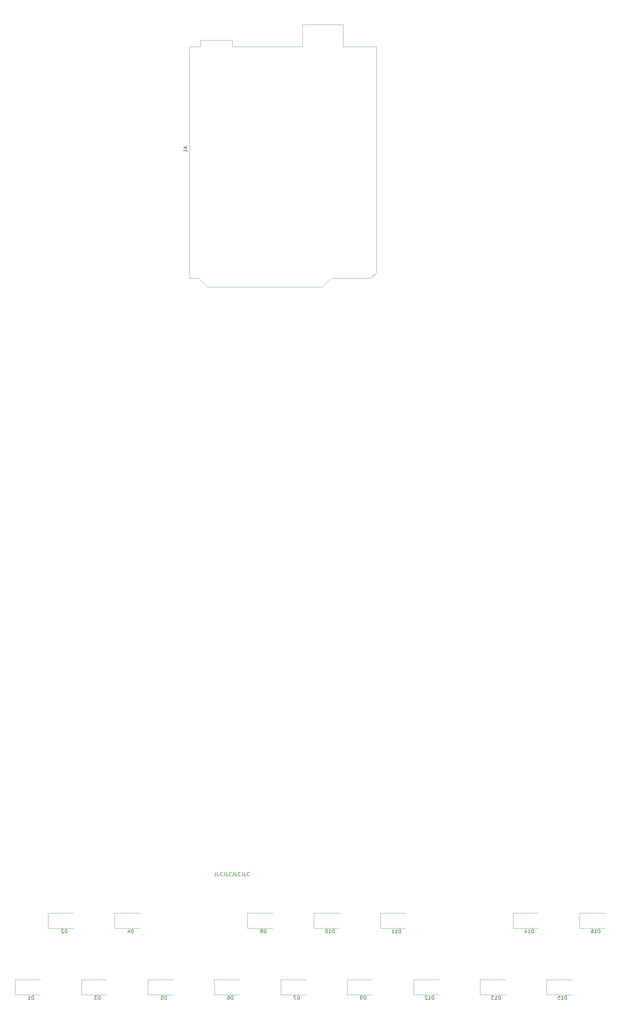
<source format=gbr>
G04 #@! TF.GenerationSoftware,KiCad,Pcbnew,5.1.5+dfsg1-2+b1*
G04 #@! TF.CreationDate,2020-12-03T05:46:07-05:00*
G04 #@! TF.ProjectId,Circuit,43697263-7569-4742-9e6b-696361645f70,rev?*
G04 #@! TF.SameCoordinates,Original*
G04 #@! TF.FileFunction,Legend,Bot*
G04 #@! TF.FilePolarity,Positive*
%FSLAX46Y46*%
G04 Gerber Fmt 4.6, Leading zero omitted, Abs format (unit mm)*
G04 Created by KiCad (PCBNEW 5.1.5+dfsg1-2+b1) date 2020-12-03 05:46:07*
%MOMM*%
%LPD*%
G04 APERTURE LIST*
%ADD10C,0.150000*%
%ADD11C,0.120000*%
G04 APERTURE END LIST*
D10*
X78565952Y-133437380D02*
X78565952Y-134151666D01*
X78518333Y-134294523D01*
X78423095Y-134389761D01*
X78280238Y-134437380D01*
X78185000Y-134437380D01*
X79518333Y-134437380D02*
X79042142Y-134437380D01*
X79042142Y-133437380D01*
X80423095Y-134342142D02*
X80375476Y-134389761D01*
X80232619Y-134437380D01*
X80137380Y-134437380D01*
X79994523Y-134389761D01*
X79899285Y-134294523D01*
X79851666Y-134199285D01*
X79804047Y-134008809D01*
X79804047Y-133865952D01*
X79851666Y-133675476D01*
X79899285Y-133580238D01*
X79994523Y-133485000D01*
X80137380Y-133437380D01*
X80232619Y-133437380D01*
X80375476Y-133485000D01*
X80423095Y-133532619D01*
X81137380Y-133437380D02*
X81137380Y-134151666D01*
X81089761Y-134294523D01*
X80994523Y-134389761D01*
X80851666Y-134437380D01*
X80756428Y-134437380D01*
X82089761Y-134437380D02*
X81613571Y-134437380D01*
X81613571Y-133437380D01*
X82994523Y-134342142D02*
X82946904Y-134389761D01*
X82804047Y-134437380D01*
X82708809Y-134437380D01*
X82565952Y-134389761D01*
X82470714Y-134294523D01*
X82423095Y-134199285D01*
X82375476Y-134008809D01*
X82375476Y-133865952D01*
X82423095Y-133675476D01*
X82470714Y-133580238D01*
X82565952Y-133485000D01*
X82708809Y-133437380D01*
X82804047Y-133437380D01*
X82946904Y-133485000D01*
X82994523Y-133532619D01*
X83708809Y-133437380D02*
X83708809Y-134151666D01*
X83661190Y-134294523D01*
X83565952Y-134389761D01*
X83423095Y-134437380D01*
X83327857Y-134437380D01*
X84661190Y-134437380D02*
X84185000Y-134437380D01*
X84185000Y-133437380D01*
X85565952Y-134342142D02*
X85518333Y-134389761D01*
X85375476Y-134437380D01*
X85280238Y-134437380D01*
X85137380Y-134389761D01*
X85042142Y-134294523D01*
X84994523Y-134199285D01*
X84946904Y-134008809D01*
X84946904Y-133865952D01*
X84994523Y-133675476D01*
X85042142Y-133580238D01*
X85137380Y-133485000D01*
X85280238Y-133437380D01*
X85375476Y-133437380D01*
X85518333Y-133485000D01*
X85565952Y-133532619D01*
X86280238Y-133437380D02*
X86280238Y-134151666D01*
X86232619Y-134294523D01*
X86137380Y-134389761D01*
X85994523Y-134437380D01*
X85899285Y-134437380D01*
X87232619Y-134437380D02*
X86756428Y-134437380D01*
X86756428Y-133437380D01*
X88137380Y-134342142D02*
X88089761Y-134389761D01*
X87946904Y-134437380D01*
X87851666Y-134437380D01*
X87708809Y-134389761D01*
X87613571Y-134294523D01*
X87565952Y-134199285D01*
X87518333Y-134008809D01*
X87518333Y-133865952D01*
X87565952Y-133675476D01*
X87613571Y-133580238D01*
X87708809Y-133485000D01*
X87851666Y-133437380D01*
X87946904Y-133437380D01*
X88089761Y-133485000D01*
X88137380Y-133532619D01*
D11*
X111510000Y36700000D02*
X108970000Y34160000D01*
X122940000Y36700000D02*
X111510000Y36700000D01*
X124590000Y38350000D02*
X122940000Y36700000D01*
X124590000Y103000000D02*
X124590000Y38350000D01*
X115060000Y103000000D02*
X124590000Y103000000D01*
X115060000Y109350000D02*
X115060000Y103000000D01*
X103380000Y109350000D02*
X115060000Y109350000D01*
X103380000Y103000000D02*
X103380000Y109350000D01*
X83310000Y103000000D02*
X103380000Y103000000D01*
X83310000Y104900000D02*
X83310000Y103000000D01*
X74170000Y104900000D02*
X83310000Y104900000D01*
X74170000Y103000000D02*
X74170000Y104900000D01*
X70990000Y103000000D02*
X74170000Y103000000D01*
X70990000Y36700000D02*
X70990000Y103000000D01*
X73660000Y36700000D02*
X70990000Y36700000D01*
X76200000Y34160000D02*
X73660000Y36700000D01*
X108970000Y34160000D02*
X76200000Y34160000D01*
X20970000Y-168520000D02*
X28270000Y-168520000D01*
X20970000Y-164220000D02*
X28270000Y-164220000D01*
X20970000Y-168520000D02*
X20970000Y-164220000D01*
X30495000Y-149470000D02*
X37795000Y-149470000D01*
X30495000Y-145170000D02*
X37795000Y-145170000D01*
X30495000Y-149470000D02*
X30495000Y-145170000D01*
X40020000Y-168520000D02*
X40020000Y-164220000D01*
X40020000Y-164220000D02*
X47320000Y-164220000D01*
X40020000Y-168520000D02*
X47320000Y-168520000D01*
X49545000Y-149470000D02*
X56845000Y-149470000D01*
X49545000Y-145170000D02*
X56845000Y-145170000D01*
X49545000Y-149470000D02*
X49545000Y-145170000D01*
X59070000Y-168520000D02*
X66370000Y-168520000D01*
X59070000Y-164220000D02*
X66370000Y-164220000D01*
X59070000Y-168520000D02*
X59070000Y-164220000D01*
X78120000Y-168520000D02*
X85420000Y-168520000D01*
X78120000Y-164220000D02*
X85420000Y-164220000D01*
X78120000Y-168520000D02*
X78120000Y-164220000D01*
X97170000Y-168520000D02*
X97170000Y-164220000D01*
X97170000Y-164220000D02*
X104470000Y-164220000D01*
X97170000Y-168520000D02*
X104470000Y-168520000D01*
X87645000Y-149470000D02*
X87645000Y-145170000D01*
X87645000Y-145170000D02*
X94945000Y-145170000D01*
X87645000Y-149470000D02*
X94945000Y-149470000D01*
X116220000Y-168520000D02*
X116220000Y-164220000D01*
X116220000Y-164220000D02*
X123520000Y-164220000D01*
X116220000Y-168520000D02*
X123520000Y-168520000D01*
X106695000Y-149470000D02*
X113995000Y-149470000D01*
X106695000Y-145170000D02*
X113995000Y-145170000D01*
X106695000Y-149470000D02*
X106695000Y-145170000D01*
X125745000Y-149470000D02*
X125745000Y-145170000D01*
X125745000Y-145170000D02*
X133045000Y-145170000D01*
X125745000Y-149470000D02*
X133045000Y-149470000D01*
X135270000Y-168520000D02*
X135270000Y-164220000D01*
X135270000Y-164220000D02*
X142570000Y-164220000D01*
X135270000Y-168520000D02*
X142570000Y-168520000D01*
X154320000Y-168520000D02*
X154320000Y-164220000D01*
X154320000Y-164220000D02*
X161620000Y-164220000D01*
X154320000Y-168520000D02*
X161620000Y-168520000D01*
X163845000Y-149470000D02*
X163845000Y-145170000D01*
X163845000Y-145170000D02*
X171145000Y-145170000D01*
X163845000Y-149470000D02*
X171145000Y-149470000D01*
X173370000Y-168520000D02*
X180670000Y-168520000D01*
X173370000Y-164220000D02*
X180670000Y-164220000D01*
X173370000Y-168520000D02*
X173370000Y-164220000D01*
X182895000Y-149470000D02*
X190195000Y-149470000D01*
X182895000Y-145170000D02*
X190195000Y-145170000D01*
X182895000Y-149470000D02*
X182895000Y-145170000D01*
D10*
X70016666Y74374285D02*
X70016666Y73898095D01*
X70302380Y74469523D02*
X69302380Y74136190D01*
X70302380Y73802857D01*
X70302380Y72945714D02*
X70302380Y73517142D01*
X70302380Y73231428D02*
X69302380Y73231428D01*
X69445238Y73326666D01*
X69540476Y73421904D01*
X69588095Y73517142D01*
X26308095Y-169822380D02*
X26308095Y-168822380D01*
X26070000Y-168822380D01*
X25927142Y-168870000D01*
X25831904Y-168965238D01*
X25784285Y-169060476D01*
X25736666Y-169250952D01*
X25736666Y-169393809D01*
X25784285Y-169584285D01*
X25831904Y-169679523D01*
X25927142Y-169774761D01*
X26070000Y-169822380D01*
X26308095Y-169822380D01*
X24784285Y-169822380D02*
X25355714Y-169822380D01*
X25070000Y-169822380D02*
X25070000Y-168822380D01*
X25165238Y-168965238D01*
X25260476Y-169060476D01*
X25355714Y-169108095D01*
X35833095Y-150772380D02*
X35833095Y-149772380D01*
X35595000Y-149772380D01*
X35452142Y-149820000D01*
X35356904Y-149915238D01*
X35309285Y-150010476D01*
X35261666Y-150200952D01*
X35261666Y-150343809D01*
X35309285Y-150534285D01*
X35356904Y-150629523D01*
X35452142Y-150724761D01*
X35595000Y-150772380D01*
X35833095Y-150772380D01*
X34880714Y-149867619D02*
X34833095Y-149820000D01*
X34737857Y-149772380D01*
X34499761Y-149772380D01*
X34404523Y-149820000D01*
X34356904Y-149867619D01*
X34309285Y-149962857D01*
X34309285Y-150058095D01*
X34356904Y-150200952D01*
X34928333Y-150772380D01*
X34309285Y-150772380D01*
X45358095Y-169822380D02*
X45358095Y-168822380D01*
X45120000Y-168822380D01*
X44977142Y-168870000D01*
X44881904Y-168965238D01*
X44834285Y-169060476D01*
X44786666Y-169250952D01*
X44786666Y-169393809D01*
X44834285Y-169584285D01*
X44881904Y-169679523D01*
X44977142Y-169774761D01*
X45120000Y-169822380D01*
X45358095Y-169822380D01*
X44453333Y-168822380D02*
X43834285Y-168822380D01*
X44167619Y-169203333D01*
X44024761Y-169203333D01*
X43929523Y-169250952D01*
X43881904Y-169298571D01*
X43834285Y-169393809D01*
X43834285Y-169631904D01*
X43881904Y-169727142D01*
X43929523Y-169774761D01*
X44024761Y-169822380D01*
X44310476Y-169822380D01*
X44405714Y-169774761D01*
X44453333Y-169727142D01*
X54883095Y-150772380D02*
X54883095Y-149772380D01*
X54645000Y-149772380D01*
X54502142Y-149820000D01*
X54406904Y-149915238D01*
X54359285Y-150010476D01*
X54311666Y-150200952D01*
X54311666Y-150343809D01*
X54359285Y-150534285D01*
X54406904Y-150629523D01*
X54502142Y-150724761D01*
X54645000Y-150772380D01*
X54883095Y-150772380D01*
X53454523Y-150105714D02*
X53454523Y-150772380D01*
X53692619Y-149724761D02*
X53930714Y-150439047D01*
X53311666Y-150439047D01*
X64408095Y-169822380D02*
X64408095Y-168822380D01*
X64170000Y-168822380D01*
X64027142Y-168870000D01*
X63931904Y-168965238D01*
X63884285Y-169060476D01*
X63836666Y-169250952D01*
X63836666Y-169393809D01*
X63884285Y-169584285D01*
X63931904Y-169679523D01*
X64027142Y-169774761D01*
X64170000Y-169822380D01*
X64408095Y-169822380D01*
X62931904Y-168822380D02*
X63408095Y-168822380D01*
X63455714Y-169298571D01*
X63408095Y-169250952D01*
X63312857Y-169203333D01*
X63074761Y-169203333D01*
X62979523Y-169250952D01*
X62931904Y-169298571D01*
X62884285Y-169393809D01*
X62884285Y-169631904D01*
X62931904Y-169727142D01*
X62979523Y-169774761D01*
X63074761Y-169822380D01*
X63312857Y-169822380D01*
X63408095Y-169774761D01*
X63455714Y-169727142D01*
X83458095Y-169822380D02*
X83458095Y-168822380D01*
X83220000Y-168822380D01*
X83077142Y-168870000D01*
X82981904Y-168965238D01*
X82934285Y-169060476D01*
X82886666Y-169250952D01*
X82886666Y-169393809D01*
X82934285Y-169584285D01*
X82981904Y-169679523D01*
X83077142Y-169774761D01*
X83220000Y-169822380D01*
X83458095Y-169822380D01*
X82029523Y-168822380D02*
X82220000Y-168822380D01*
X82315238Y-168870000D01*
X82362857Y-168917619D01*
X82458095Y-169060476D01*
X82505714Y-169250952D01*
X82505714Y-169631904D01*
X82458095Y-169727142D01*
X82410476Y-169774761D01*
X82315238Y-169822380D01*
X82124761Y-169822380D01*
X82029523Y-169774761D01*
X81981904Y-169727142D01*
X81934285Y-169631904D01*
X81934285Y-169393809D01*
X81981904Y-169298571D01*
X82029523Y-169250952D01*
X82124761Y-169203333D01*
X82315238Y-169203333D01*
X82410476Y-169250952D01*
X82458095Y-169298571D01*
X82505714Y-169393809D01*
X102508095Y-169822380D02*
X102508095Y-168822380D01*
X102270000Y-168822380D01*
X102127142Y-168870000D01*
X102031904Y-168965238D01*
X101984285Y-169060476D01*
X101936666Y-169250952D01*
X101936666Y-169393809D01*
X101984285Y-169584285D01*
X102031904Y-169679523D01*
X102127142Y-169774761D01*
X102270000Y-169822380D01*
X102508095Y-169822380D01*
X101603333Y-168822380D02*
X100936666Y-168822380D01*
X101365238Y-169822380D01*
X92983095Y-150772380D02*
X92983095Y-149772380D01*
X92745000Y-149772380D01*
X92602142Y-149820000D01*
X92506904Y-149915238D01*
X92459285Y-150010476D01*
X92411666Y-150200952D01*
X92411666Y-150343809D01*
X92459285Y-150534285D01*
X92506904Y-150629523D01*
X92602142Y-150724761D01*
X92745000Y-150772380D01*
X92983095Y-150772380D01*
X91840238Y-150200952D02*
X91935476Y-150153333D01*
X91983095Y-150105714D01*
X92030714Y-150010476D01*
X92030714Y-149962857D01*
X91983095Y-149867619D01*
X91935476Y-149820000D01*
X91840238Y-149772380D01*
X91649761Y-149772380D01*
X91554523Y-149820000D01*
X91506904Y-149867619D01*
X91459285Y-149962857D01*
X91459285Y-150010476D01*
X91506904Y-150105714D01*
X91554523Y-150153333D01*
X91649761Y-150200952D01*
X91840238Y-150200952D01*
X91935476Y-150248571D01*
X91983095Y-150296190D01*
X92030714Y-150391428D01*
X92030714Y-150581904D01*
X91983095Y-150677142D01*
X91935476Y-150724761D01*
X91840238Y-150772380D01*
X91649761Y-150772380D01*
X91554523Y-150724761D01*
X91506904Y-150677142D01*
X91459285Y-150581904D01*
X91459285Y-150391428D01*
X91506904Y-150296190D01*
X91554523Y-150248571D01*
X91649761Y-150200952D01*
X121558095Y-169822380D02*
X121558095Y-168822380D01*
X121320000Y-168822380D01*
X121177142Y-168870000D01*
X121081904Y-168965238D01*
X121034285Y-169060476D01*
X120986666Y-169250952D01*
X120986666Y-169393809D01*
X121034285Y-169584285D01*
X121081904Y-169679523D01*
X121177142Y-169774761D01*
X121320000Y-169822380D01*
X121558095Y-169822380D01*
X120510476Y-169822380D02*
X120320000Y-169822380D01*
X120224761Y-169774761D01*
X120177142Y-169727142D01*
X120081904Y-169584285D01*
X120034285Y-169393809D01*
X120034285Y-169012857D01*
X120081904Y-168917619D01*
X120129523Y-168870000D01*
X120224761Y-168822380D01*
X120415238Y-168822380D01*
X120510476Y-168870000D01*
X120558095Y-168917619D01*
X120605714Y-169012857D01*
X120605714Y-169250952D01*
X120558095Y-169346190D01*
X120510476Y-169393809D01*
X120415238Y-169441428D01*
X120224761Y-169441428D01*
X120129523Y-169393809D01*
X120081904Y-169346190D01*
X120034285Y-169250952D01*
X112509285Y-150772380D02*
X112509285Y-149772380D01*
X112271190Y-149772380D01*
X112128333Y-149820000D01*
X112033095Y-149915238D01*
X111985476Y-150010476D01*
X111937857Y-150200952D01*
X111937857Y-150343809D01*
X111985476Y-150534285D01*
X112033095Y-150629523D01*
X112128333Y-150724761D01*
X112271190Y-150772380D01*
X112509285Y-150772380D01*
X110985476Y-150772380D02*
X111556904Y-150772380D01*
X111271190Y-150772380D02*
X111271190Y-149772380D01*
X111366428Y-149915238D01*
X111461666Y-150010476D01*
X111556904Y-150058095D01*
X110366428Y-149772380D02*
X110271190Y-149772380D01*
X110175952Y-149820000D01*
X110128333Y-149867619D01*
X110080714Y-149962857D01*
X110033095Y-150153333D01*
X110033095Y-150391428D01*
X110080714Y-150581904D01*
X110128333Y-150677142D01*
X110175952Y-150724761D01*
X110271190Y-150772380D01*
X110366428Y-150772380D01*
X110461666Y-150724761D01*
X110509285Y-150677142D01*
X110556904Y-150581904D01*
X110604523Y-150391428D01*
X110604523Y-150153333D01*
X110556904Y-149962857D01*
X110509285Y-149867619D01*
X110461666Y-149820000D01*
X110366428Y-149772380D01*
X131559285Y-150772380D02*
X131559285Y-149772380D01*
X131321190Y-149772380D01*
X131178333Y-149820000D01*
X131083095Y-149915238D01*
X131035476Y-150010476D01*
X130987857Y-150200952D01*
X130987857Y-150343809D01*
X131035476Y-150534285D01*
X131083095Y-150629523D01*
X131178333Y-150724761D01*
X131321190Y-150772380D01*
X131559285Y-150772380D01*
X130035476Y-150772380D02*
X130606904Y-150772380D01*
X130321190Y-150772380D02*
X130321190Y-149772380D01*
X130416428Y-149915238D01*
X130511666Y-150010476D01*
X130606904Y-150058095D01*
X129083095Y-150772380D02*
X129654523Y-150772380D01*
X129368809Y-150772380D02*
X129368809Y-149772380D01*
X129464047Y-149915238D01*
X129559285Y-150010476D01*
X129654523Y-150058095D01*
X141084285Y-169822380D02*
X141084285Y-168822380D01*
X140846190Y-168822380D01*
X140703333Y-168870000D01*
X140608095Y-168965238D01*
X140560476Y-169060476D01*
X140512857Y-169250952D01*
X140512857Y-169393809D01*
X140560476Y-169584285D01*
X140608095Y-169679523D01*
X140703333Y-169774761D01*
X140846190Y-169822380D01*
X141084285Y-169822380D01*
X139560476Y-169822380D02*
X140131904Y-169822380D01*
X139846190Y-169822380D02*
X139846190Y-168822380D01*
X139941428Y-168965238D01*
X140036666Y-169060476D01*
X140131904Y-169108095D01*
X139179523Y-168917619D02*
X139131904Y-168870000D01*
X139036666Y-168822380D01*
X138798571Y-168822380D01*
X138703333Y-168870000D01*
X138655714Y-168917619D01*
X138608095Y-169012857D01*
X138608095Y-169108095D01*
X138655714Y-169250952D01*
X139227142Y-169822380D01*
X138608095Y-169822380D01*
X160134285Y-169822380D02*
X160134285Y-168822380D01*
X159896190Y-168822380D01*
X159753333Y-168870000D01*
X159658095Y-168965238D01*
X159610476Y-169060476D01*
X159562857Y-169250952D01*
X159562857Y-169393809D01*
X159610476Y-169584285D01*
X159658095Y-169679523D01*
X159753333Y-169774761D01*
X159896190Y-169822380D01*
X160134285Y-169822380D01*
X158610476Y-169822380D02*
X159181904Y-169822380D01*
X158896190Y-169822380D02*
X158896190Y-168822380D01*
X158991428Y-168965238D01*
X159086666Y-169060476D01*
X159181904Y-169108095D01*
X158277142Y-168822380D02*
X157658095Y-168822380D01*
X157991428Y-169203333D01*
X157848571Y-169203333D01*
X157753333Y-169250952D01*
X157705714Y-169298571D01*
X157658095Y-169393809D01*
X157658095Y-169631904D01*
X157705714Y-169727142D01*
X157753333Y-169774761D01*
X157848571Y-169822380D01*
X158134285Y-169822380D01*
X158229523Y-169774761D01*
X158277142Y-169727142D01*
X169659285Y-150772380D02*
X169659285Y-149772380D01*
X169421190Y-149772380D01*
X169278333Y-149820000D01*
X169183095Y-149915238D01*
X169135476Y-150010476D01*
X169087857Y-150200952D01*
X169087857Y-150343809D01*
X169135476Y-150534285D01*
X169183095Y-150629523D01*
X169278333Y-150724761D01*
X169421190Y-150772380D01*
X169659285Y-150772380D01*
X168135476Y-150772380D02*
X168706904Y-150772380D01*
X168421190Y-150772380D02*
X168421190Y-149772380D01*
X168516428Y-149915238D01*
X168611666Y-150010476D01*
X168706904Y-150058095D01*
X167278333Y-150105714D02*
X167278333Y-150772380D01*
X167516428Y-149724761D02*
X167754523Y-150439047D01*
X167135476Y-150439047D01*
X179184285Y-169822380D02*
X179184285Y-168822380D01*
X178946190Y-168822380D01*
X178803333Y-168870000D01*
X178708095Y-168965238D01*
X178660476Y-169060476D01*
X178612857Y-169250952D01*
X178612857Y-169393809D01*
X178660476Y-169584285D01*
X178708095Y-169679523D01*
X178803333Y-169774761D01*
X178946190Y-169822380D01*
X179184285Y-169822380D01*
X177660476Y-169822380D02*
X178231904Y-169822380D01*
X177946190Y-169822380D02*
X177946190Y-168822380D01*
X178041428Y-168965238D01*
X178136666Y-169060476D01*
X178231904Y-169108095D01*
X176755714Y-168822380D02*
X177231904Y-168822380D01*
X177279523Y-169298571D01*
X177231904Y-169250952D01*
X177136666Y-169203333D01*
X176898571Y-169203333D01*
X176803333Y-169250952D01*
X176755714Y-169298571D01*
X176708095Y-169393809D01*
X176708095Y-169631904D01*
X176755714Y-169727142D01*
X176803333Y-169774761D01*
X176898571Y-169822380D01*
X177136666Y-169822380D01*
X177231904Y-169774761D01*
X177279523Y-169727142D01*
X188709285Y-150772380D02*
X188709285Y-149772380D01*
X188471190Y-149772380D01*
X188328333Y-149820000D01*
X188233095Y-149915238D01*
X188185476Y-150010476D01*
X188137857Y-150200952D01*
X188137857Y-150343809D01*
X188185476Y-150534285D01*
X188233095Y-150629523D01*
X188328333Y-150724761D01*
X188471190Y-150772380D01*
X188709285Y-150772380D01*
X187185476Y-150772380D02*
X187756904Y-150772380D01*
X187471190Y-150772380D02*
X187471190Y-149772380D01*
X187566428Y-149915238D01*
X187661666Y-150010476D01*
X187756904Y-150058095D01*
X186328333Y-149772380D02*
X186518809Y-149772380D01*
X186614047Y-149820000D01*
X186661666Y-149867619D01*
X186756904Y-150010476D01*
X186804523Y-150200952D01*
X186804523Y-150581904D01*
X186756904Y-150677142D01*
X186709285Y-150724761D01*
X186614047Y-150772380D01*
X186423571Y-150772380D01*
X186328333Y-150724761D01*
X186280714Y-150677142D01*
X186233095Y-150581904D01*
X186233095Y-150343809D01*
X186280714Y-150248571D01*
X186328333Y-150200952D01*
X186423571Y-150153333D01*
X186614047Y-150153333D01*
X186709285Y-150200952D01*
X186756904Y-150248571D01*
X186804523Y-150343809D01*
M02*

</source>
